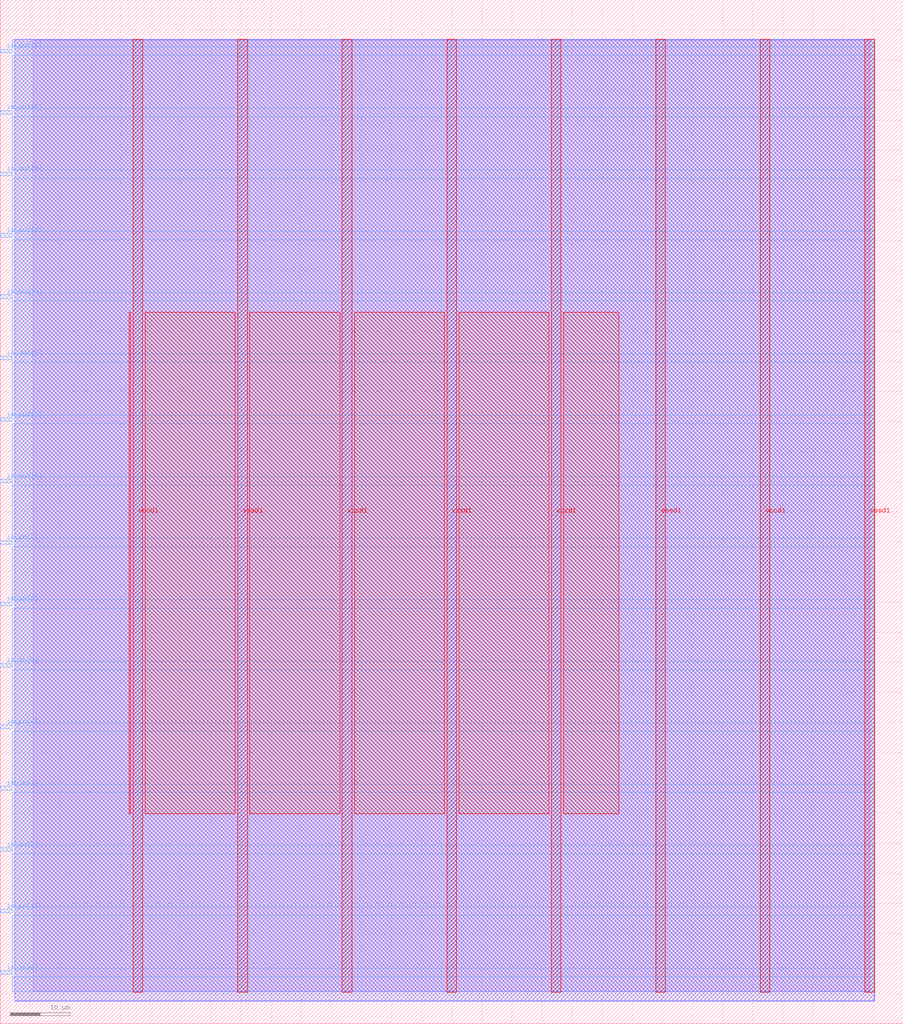
<source format=lef>
VERSION 5.7 ;
  NOWIREEXTENSIONATPIN ON ;
  DIVIDERCHAR "/" ;
  BUSBITCHARS "[]" ;
MACRO nikor_clock
  CLASS BLOCK ;
  FOREIGN nikor_clock ;
  ORIGIN 0.000 0.000 ;
  SIZE 150.000 BY 170.000 ;
  PIN io_in[0]
    DIRECTION INPUT ;
    USE SIGNAL ;
    PORT
      LAYER met3 ;
        RECT 0.000 8.200 2.000 8.800 ;
    END
  END io_in[0]
  PIN io_in[1]
    DIRECTION INPUT ;
    USE SIGNAL ;
    PORT
      LAYER met3 ;
        RECT 0.000 18.400 2.000 19.000 ;
    END
  END io_in[1]
  PIN io_in[2]
    DIRECTION INPUT ;
    USE SIGNAL ;
    PORT
      LAYER met3 ;
        RECT 0.000 28.600 2.000 29.200 ;
    END
  END io_in[2]
  PIN io_in[3]
    DIRECTION INPUT ;
    USE SIGNAL ;
    PORT
      LAYER met3 ;
        RECT 0.000 38.800 2.000 39.400 ;
    END
  END io_in[3]
  PIN io_in[4]
    DIRECTION INPUT ;
    USE SIGNAL ;
    PORT
      LAYER met3 ;
        RECT 0.000 49.000 2.000 49.600 ;
    END
  END io_in[4]
  PIN io_in[5]
    DIRECTION INPUT ;
    USE SIGNAL ;
    PORT
      LAYER met3 ;
        RECT 0.000 59.200 2.000 59.800 ;
    END
  END io_in[5]
  PIN io_in[6]
    DIRECTION INPUT ;
    USE SIGNAL ;
    PORT
      LAYER met3 ;
        RECT 0.000 69.400 2.000 70.000 ;
    END
  END io_in[6]
  PIN io_in[7]
    DIRECTION INPUT ;
    USE SIGNAL ;
    PORT
      LAYER met3 ;
        RECT 0.000 79.600 2.000 80.200 ;
    END
  END io_in[7]
  PIN io_out[0]
    DIRECTION OUTPUT TRISTATE ;
    USE SIGNAL ;
    PORT
      LAYER met3 ;
        RECT 0.000 89.800 2.000 90.400 ;
    END
  END io_out[0]
  PIN io_out[1]
    DIRECTION OUTPUT TRISTATE ;
    USE SIGNAL ;
    PORT
      LAYER met3 ;
        RECT 0.000 100.000 2.000 100.600 ;
    END
  END io_out[1]
  PIN io_out[2]
    DIRECTION OUTPUT TRISTATE ;
    USE SIGNAL ;
    PORT
      LAYER met3 ;
        RECT 0.000 110.200 2.000 110.800 ;
    END
  END io_out[2]
  PIN io_out[3]
    DIRECTION OUTPUT TRISTATE ;
    USE SIGNAL ;
    PORT
      LAYER met3 ;
        RECT 0.000 120.400 2.000 121.000 ;
    END
  END io_out[3]
  PIN io_out[4]
    DIRECTION OUTPUT TRISTATE ;
    USE SIGNAL ;
    PORT
      LAYER met3 ;
        RECT 0.000 130.600 2.000 131.200 ;
    END
  END io_out[4]
  PIN io_out[5]
    DIRECTION OUTPUT TRISTATE ;
    USE SIGNAL ;
    PORT
      LAYER met3 ;
        RECT 0.000 140.800 2.000 141.400 ;
    END
  END io_out[5]
  PIN io_out[6]
    DIRECTION OUTPUT TRISTATE ;
    USE SIGNAL ;
    PORT
      LAYER met3 ;
        RECT 0.000 151.000 2.000 151.600 ;
    END
  END io_out[6]
  PIN io_out[7]
    DIRECTION OUTPUT TRISTATE ;
    USE SIGNAL ;
    PORT
      LAYER met3 ;
        RECT 0.000 161.200 2.000 161.800 ;
    END
  END io_out[7]
  PIN vccd1
    DIRECTION INOUT ;
    USE POWER ;
    PORT
      LAYER met4 ;
        RECT 22.085 5.200 23.685 163.440 ;
    END
    PORT
      LAYER met4 ;
        RECT 56.815 5.200 58.415 163.440 ;
    END
    PORT
      LAYER met4 ;
        RECT 91.545 5.200 93.145 163.440 ;
    END
    PORT
      LAYER met4 ;
        RECT 126.275 5.200 127.875 163.440 ;
    END
  END vccd1
  PIN vssd1
    DIRECTION INOUT ;
    USE GROUND ;
    PORT
      LAYER met4 ;
        RECT 39.450 5.200 41.050 163.440 ;
    END
    PORT
      LAYER met4 ;
        RECT 74.180 5.200 75.780 163.440 ;
    END
    PORT
      LAYER met4 ;
        RECT 108.910 5.200 110.510 163.440 ;
    END
    PORT
      LAYER met4 ;
        RECT 143.640 5.200 145.240 163.440 ;
    END
  END vssd1
  OBS
      LAYER li1 ;
        RECT 5.520 5.355 144.440 163.285 ;
      LAYER met1 ;
        RECT 2.370 3.780 145.240 163.440 ;
      LAYER met2 ;
        RECT 2.390 3.750 145.210 163.385 ;
      LAYER met3 ;
        RECT 2.000 162.200 145.230 163.365 ;
        RECT 2.400 160.800 145.230 162.200 ;
        RECT 2.000 152.000 145.230 160.800 ;
        RECT 2.400 150.600 145.230 152.000 ;
        RECT 2.000 141.800 145.230 150.600 ;
        RECT 2.400 140.400 145.230 141.800 ;
        RECT 2.000 131.600 145.230 140.400 ;
        RECT 2.400 130.200 145.230 131.600 ;
        RECT 2.000 121.400 145.230 130.200 ;
        RECT 2.400 120.000 145.230 121.400 ;
        RECT 2.000 111.200 145.230 120.000 ;
        RECT 2.400 109.800 145.230 111.200 ;
        RECT 2.000 101.000 145.230 109.800 ;
        RECT 2.400 99.600 145.230 101.000 ;
        RECT 2.000 90.800 145.230 99.600 ;
        RECT 2.400 89.400 145.230 90.800 ;
        RECT 2.000 80.600 145.230 89.400 ;
        RECT 2.400 79.200 145.230 80.600 ;
        RECT 2.000 70.400 145.230 79.200 ;
        RECT 2.400 69.000 145.230 70.400 ;
        RECT 2.000 60.200 145.230 69.000 ;
        RECT 2.400 58.800 145.230 60.200 ;
        RECT 2.000 50.000 145.230 58.800 ;
        RECT 2.400 48.600 145.230 50.000 ;
        RECT 2.000 39.800 145.230 48.600 ;
        RECT 2.400 38.400 145.230 39.800 ;
        RECT 2.000 29.600 145.230 38.400 ;
        RECT 2.400 28.200 145.230 29.600 ;
        RECT 2.000 19.400 145.230 28.200 ;
        RECT 2.400 18.000 145.230 19.400 ;
        RECT 2.000 9.200 145.230 18.000 ;
        RECT 2.400 7.800 145.230 9.200 ;
        RECT 2.000 5.275 145.230 7.800 ;
      LAYER met4 ;
        RECT 21.455 34.855 21.685 118.145 ;
        RECT 24.085 34.855 39.050 118.145 ;
        RECT 41.450 34.855 56.415 118.145 ;
        RECT 58.815 34.855 73.780 118.145 ;
        RECT 76.180 34.855 91.145 118.145 ;
        RECT 93.545 34.855 102.745 118.145 ;
  END
END nikor_clock
END LIBRARY


</source>
